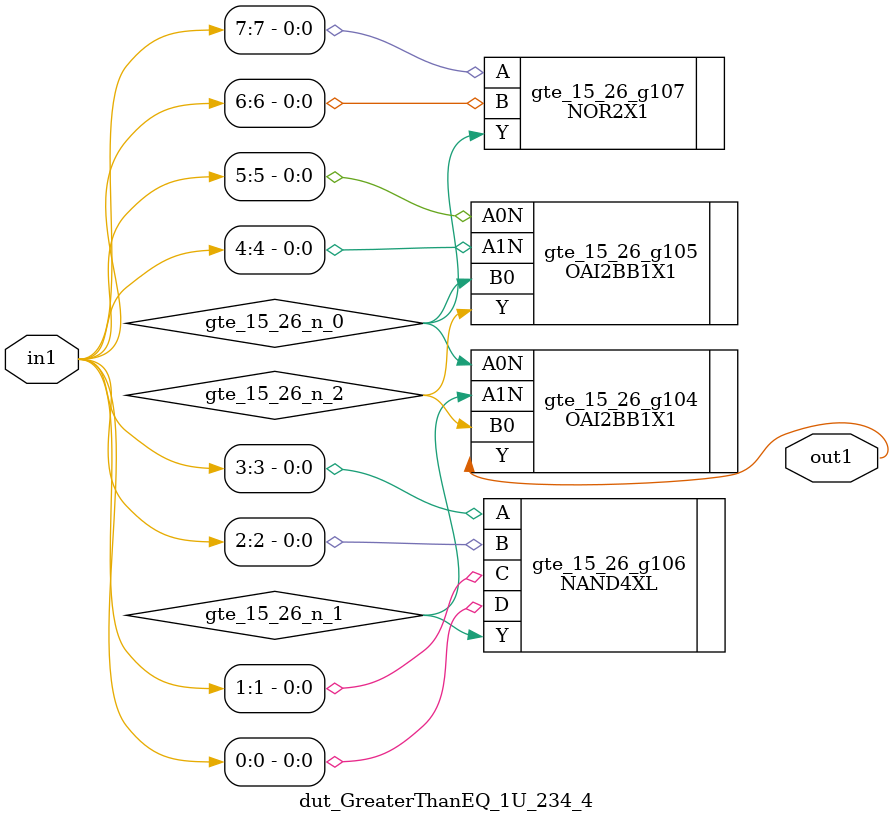
<source format=v>
`timescale 1ps / 1ps


module dut_GreaterThanEQ_1U_234_4(in1, out1);
  input [7:0] in1;
  output out1;
  wire [7:0] in1;
  wire out1;
  wire gte_15_26_n_0, gte_15_26_n_1, gte_15_26_n_2;
  OAI2BB1X1 gte_15_26_g104(.A0N (gte_15_26_n_0), .A1N (gte_15_26_n_1),
       .B0 (gte_15_26_n_2), .Y (out1));
  OAI2BB1X1 gte_15_26_g105(.A0N (in1[5]), .A1N (in1[4]), .B0
       (gte_15_26_n_0), .Y (gte_15_26_n_2));
  NAND4XL gte_15_26_g106(.A (in1[3]), .B (in1[2]), .C (in1[1]), .D
       (in1[0]), .Y (gte_15_26_n_1));
  NOR2X1 gte_15_26_g107(.A (in1[7]), .B (in1[6]), .Y (gte_15_26_n_0));
endmodule



</source>
